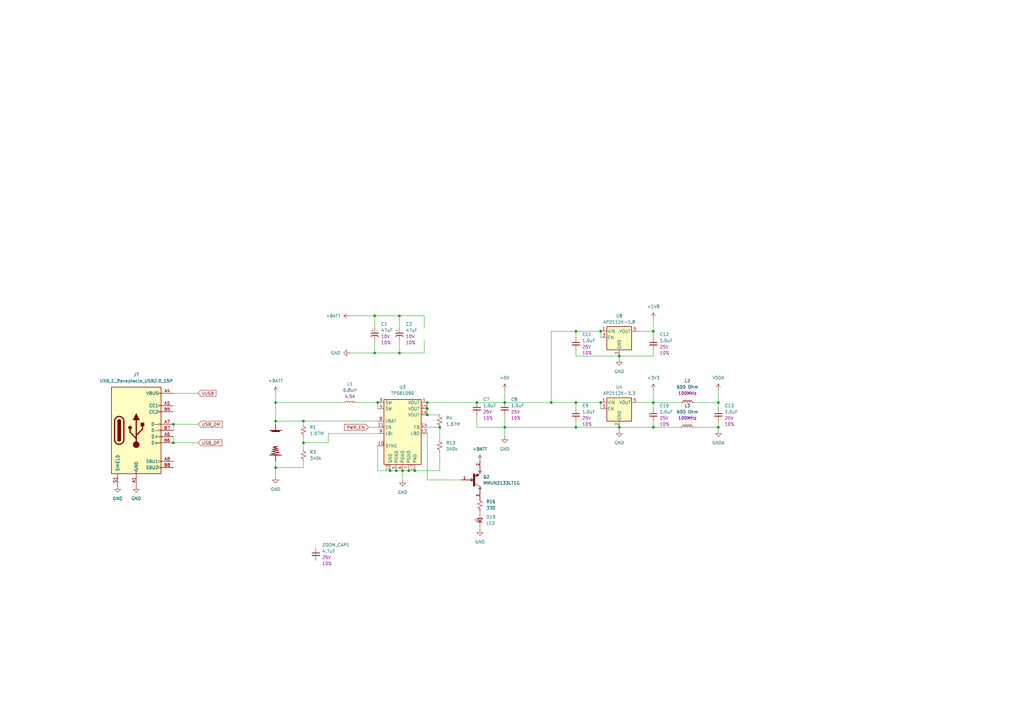
<source format=kicad_sch>
(kicad_sch (version 20250114) (generator "eeschema") (generator_version "9.0")
  (paper "A3")
  (lib_symbols
    (symbol "1.0uF_0805_25V_10%_1" (pin_numbers (hide yes)) (pin_names (offset 0.254))
      (property "Reference" "C" (at 0.635 2.54 0))
      (property "Value" "1.0uF" (at 0.635 -2.54 0))
      (property "Voltage" "25V" (at 0 -6.35 0))
      (property "Tolerance" "10%" (at 0 -8.89 0))
      (symbol "1.0uF_0805_25V_10%_1_0_1"
        (polyline (pts (xy -1.524 0.508) (xy 1.524 0.508)) (stroke (width 0.3048)))
        (polyline (pts (xy -1.524 -0.508) (xy 1.524 -0.508)) (stroke (width 0.3302)))
      )
      (symbol "1.0uF_0805_25V_10%_1_1_1"
        (pin passive line (at 0 2.54 270) (length 2.032) (name "~") (number "1"))
        (pin passive line (at 0 -2.54 90) (length 2.032) (name "~") (number "2"))
      )
    )
    (symbol "Connector:USB_C_Receptacle_USB2.0_16P" (pin_names (offset 1.016))
      (property "Reference" "J" (at 0 22.225 0))
      (property "Value" "USB_C_Receptacle_USB2.0_16P" (at 0 19.685 0))
      (symbol "USB_C_Receptacle_USB2.0_16P_0_0"
        (rectangle (start -0.254 -17.78) (end 0.254 -16.764))
        (rectangle (start 10.16 15.494) (end 9.144 14.986))
        (rectangle (start 10.16 10.414) (end 9.144 9.906))
        (rectangle (start 10.16 7.874) (end 9.144 7.366))
        (rectangle (start 10.16 2.794) (end 9.144 2.286))
        (rectangle (start 10.16 0.254) (end 9.144 -0.254))
        (rectangle (start 10.16 -2.286) (end 9.144 -2.794))
        (rectangle (start 10.16 -4.826) (end 9.144 -5.334))
        (rectangle (start 10.16 -12.446) (end 9.144 -12.954))
        (rectangle (start 10.16 -14.986) (end 9.144 -15.494))
      )
      (symbol "USB_C_Receptacle_USB2.0_16P_0_1"
        (rectangle (start -10.16 17.78) (end 10.16 -17.78) (stroke (width 0.254)) (fill (type background)))
        (polyline (pts (xy -8.89 -3.81) (xy -8.89 3.81)) (stroke (width 0.508)))
        (rectangle (start -7.62 -3.81) (end -6.35 3.81) (stroke (width 0.254)) (fill (type outline)))
        (arc (start -7.62 3.81) (mid -6.985 4.4423) (end -6.35 3.81) (stroke (width 0.254)))
        (arc (start -7.62 3.81) (mid -6.985 4.4423) (end -6.35 3.81) (stroke (width 0.254)) (fill (type outline)))
        (arc (start -8.89 3.81) (mid -6.985 5.7067) (end -5.08 3.81) (stroke (width 0.508)))
        (arc (start -5.08 -3.81) (mid -6.985 -5.7067) (end -8.89 -3.81) (stroke (width 0.508)))
        (arc (start -6.35 -3.81) (mid -6.985 -4.4423) (end -7.62 -3.81) (stroke (width 0.254)))
        (arc (start -6.35 -3.81) (mid -6.985 -4.4423) (end -7.62 -3.81) (stroke (width 0.254)) (fill (type outline)))
        (polyline (pts (xy -5.08 3.81) (xy -5.08 -3.81)) (stroke (width 0.508)))
        (circle (center -2.54 1.143) (radius 0.635) (stroke (width 0.254)) (fill (type outline)))
        (polyline (pts (xy -1.27 4.318) (xy 0 6.858) (xy 1.27 4.318) (xy -1.27 4.318)) (stroke (width 0.254)) (fill (type outline)))
        (polyline (pts (xy 0 -2.032) (xy 2.54 0.508) (xy 2.54 1.778)) (stroke (width 0.508)))
        (polyline (pts (xy 0 -3.302) (xy -2.54 -0.762) (xy -2.54 0.508)) (stroke (width 0.508)))
        (polyline (pts (xy 0 -5.842) (xy 0 4.318)) (stroke (width 0.508)))
        (circle (center 0 -5.842) (radius 1.27) (fill (type outline)))
        (rectangle (start 1.905 1.778) (end 3.175 3.048) (stroke (width 0.254)) (fill (type outline)))
      )
      (symbol "USB_C_Receptacle_USB2.0_16P_1_1"
        (pin passive line (at -7.62 -22.86 90) (length 5.08) (name "SHIELD") (number "S1"))
        (pin passive line (at 0 -22.86 90) (length 5.08) (name "GND") (number "A1"))
        (pin passive line (at 0 -22.86 90) (length 5.08) (hide yes) (name "GND") (number "A12"))
        (pin passive line (at 0 -22.86 90) (length 5.08) (hide yes) (name "GND") (number "B1"))
        (pin passive line (at 0 -22.86 90) (length 5.08) (hide yes) (name "GND") (number "B12"))
        (pin passive line (at 15.24 15.24 180) (length 5.08) (name "VBUS") (number "A4"))
        (pin passive line (at 15.24 15.24 180) (length 5.08) (hide yes) (name "VBUS") (number "A9"))
        (pin passive line (at 15.24 15.24 180) (length 5.08) (hide yes) (name "VBUS") (number "B4"))
        (pin passive line (at 15.24 15.24 180) (length 5.08) (hide yes) (name "VBUS") (number "B9"))
        (pin bidirectional line (at 15.24 10.16 180) (length 5.08) (name "CC1") (number "A5"))
        (pin bidirectional line (at 15.24 7.62 180) (length 5.08) (name "CC2") (number "B5"))
        (pin bidirectional line (at 15.24 2.54 180) (length 5.08) (name "D-") (number "A7"))
        (pin bidirectional line (at 15.24 0 180) (length 5.08) (name "D-") (number "B7"))
        (pin bidirectional line (at 15.24 -2.54 180) (length 5.08) (name "D+") (number "A6"))
        (pin bidirectional line (at 15.24 -5.08 180) (length 5.08) (name "D+") (number "B6"))
        (pin bidirectional line (at 15.24 -12.7 180) (length 5.08) (name "SBU1") (number "A8"))
        (pin bidirectional line (at 15.24 -15.24 180) (length 5.08) (name "SBU2") (number "B8"))
      )
    )
    (symbol "MGBC-MBL-01_2_1-eagle-import:MGB+BATTERY4"
      (symbol "MGB+BATTERY4_1_0"
        (polyline (pts (xy 0 2.54) (xy 0 -2.54)) (stroke (width 0.254)))
        (polyline (pts (xy 0 -1.778) (xy 0.508 -1.524) (xy 0.508 1.524) (xy 0 1.778)) (stroke (width 0.254)) (fill (type outline)))
        (pin bidirectional line (at -2.54 0 0) (length 2.54) (name "P$1") (number "P$1"))
        (pin bidirectional line (at -2.54 0 0) (length 2.54) (name "P$1") (number "P$2"))
        (pin bidirectional line (at -2.54 0 0) (length 2.54) (name "P$1") (number "P$3"))
      )
    )
    (symbol "MGBC-MBL-01_2_1-eagle-import:MGB-BATTERY4"
      (symbol "MGB-BATTERY4_1_0"
        (polyline (pts (xy 0 2.54) (xy 0 -1.778)) (stroke (width 0.254)))
        (polyline (pts (xy 0 -1.778) (xy 0 -2.54)) (stroke (width 0.254)))
        (polyline (pts (xy 0 -1.778) (xy 0.508 1.778)) (stroke (width 0.254)))
        (polyline (pts (xy 0.508 1.778) (xy 1.016 -1.524)) (stroke (width 0.254)))
        (polyline (pts (xy 1.016 -1.524) (xy 1.524 1.524)) (stroke (width 0.254)))
        (polyline (pts (xy 1.524 1.524) (xy 2.032 -1.27)) (stroke (width 0.254)))
        (polyline (pts (xy 2.032 -1.27) (xy 2.286 1.27)) (stroke (width 0.254)))
        (polyline (pts (xy 2.286 1.27) (xy 2.794 -1.016)) (stroke (width 0.254)))
        (polyline (pts (xy 2.794 -1.016) (xy 3.048 1.016)) (stroke (width 0.254)))
        (polyline (pts (xy 3.048 1.016) (xy 3.556 -0.762)) (stroke (width 0.254)))
        (polyline (pts (xy 3.556 -0.762) (xy 3.556 0.762)) (stroke (width 0.254)))
        (pin bidirectional line (at -2.54 0 0) (length 2.54) (name "P$1") (number "P$1"))
        (pin bidirectional line (at -2.54 0 0) (length 2.54) (name "P$1") (number "P$3"))
        (pin bidirectional line (at -2.54 0 0) (length 2.54) (name "P$1") (number "P$4"))
      )
    )
    (symbol "MMUN2133LT1G:MMUN2133LT1G" (pin_names (offset 1.016))
      (property "Reference" "Q" (at 5.084 0 0))
      (property "Value" "MMUN2133LT1G" (at 5.086 -2.543 0))
      (symbol "MMUN2133LT1G_0_0"
        (polyline (pts (xy -2.54 0) (xy 0 0)) (stroke (width 0.254)))
        (rectangle (start -0.254 -2.54) (end 0.508 2.54) (stroke (width 0.1)) (fill (type outline)))
        (polyline (pts (xy 0.5159 1.478) (xy 2.0861 1.6779)) (stroke (width 0.1524)))
        (polyline (pts (xy 0.762 1.651) (xy 1.778 1.778)) (stroke (width 0.254)))
        (polyline (pts (xy 1.143 1.905) (xy 1.524 1.905)) (stroke (width 0.254)))
        (polyline (pts (xy 1.524 2.413) (xy 0.762 1.651)) (stroke (width 0.254)))
        (polyline (pts (xy 1.524 2.159) (xy 1.143 1.905)) (stroke (width 0.254)))
        (polyline (pts (xy 1.5781 2.5941) (xy 0.5159 1.478)) (stroke (width 0.1524)))
        (polyline (pts (xy 1.778 1.778) (xy 1.524 2.159)) (stroke (width 0.254)))
        (polyline (pts (xy 1.905 1.778) (xy 1.524 2.413)) (stroke (width 0.254)))
        (polyline (pts (xy 2.0861 1.6779) (xy 1.5781 2.5941)) (stroke (width 0.1524)))
        (polyline (pts (xy 2.54 5.08) (xy 2.54 2.54)) (stroke (width 0.254)))
        (polyline (pts (xy 2.54 2.54) (xy 1.808 2.1239)) (stroke (width 0.1524)))
        (polyline (pts (xy 2.54 -2.54) (xy 0.508 -1.524)) (stroke (width 0.1524)))
        (polyline (pts (xy 2.54 -2.54) (xy 2.54 -5.08)) (stroke (width 0.254)))
        (pin input line (at -5.08 0 0) (length 2.54) (name "B") (number "1"))
        (pin passive line (at 2.54 7.62 270) (length 2.54) (name "E") (number "2"))
        (pin output line (at 2.54 -7.62 90) (length 2.54) (name "C") (number "3"))
      )
    )
    (symbol "Regulator_Linear:AP2112K-1.8" (pin_names (offset 0.254))
      (property "Reference" "U" (at -5.08 5.715 0))
      (property "Value" "AP2112K-1.8" (at 0 5.715 0))
      (symbol "AP2112K-1.8_0_1"
        (rectangle (start -5.08 4.445) (end 5.08 -5.08) (stroke (width 0.254)) (fill (type background)))
      )
      (symbol "AP2112K-1.8_1_1"
        (pin power_in line (at -7.62 2.54 0) (length 2.54) (name "VIN") (number "1"))
        (pin input line (at -7.62 0 0) (length 2.54) (name "EN") (number "3"))
        (pin power_in line (at 0 -7.62 90) (length 2.54) (name "GND") (number "2"))
        (pin no_connect line (at 5.08 0 180) (length 2.54) (hide yes) (name "NC") (number "4"))
        (pin power_out line (at 7.62 2.54 180) (length 2.54) (name "VOUT") (number "5"))
      )
    )
    (symbol "Regulator_Linear:AP2112K-3.3" (pin_names (offset 0.254))
      (property "Reference" "U" (at -5.08 5.715 0))
      (property "Value" "AP2112K-3.3" (at 0 5.715 0))
      (symbol "AP2112K-3.3_0_1"
        (rectangle (start -5.08 4.445) (end 5.08 -5.08) (stroke (width 0.254)) (fill (type background)))
      )
      (symbol "AP2112K-3.3_1_1"
        (pin power_in line (at -7.62 2.54 0) (length 2.54) (name "VIN") (number "1"))
        (pin input line (at -7.62 0 0) (length 2.54) (name "EN") (number "3"))
        (pin power_in line (at 0 -7.62 90) (length 2.54) (name "GND") (number "2"))
        (pin no_connect line (at 5.08 0 180) (length 2.54) (hide yes) (name "NC") (number "4"))
        (pin power_out line (at 7.62 2.54 180) (length 2.54) (name "VOUT") (number "5"))
      )
    )
    (symbol "Regulator_Switching:TPS61090"
      (property "Reference" "U" (at -7.62 15.24 0))
      (property "Value" "TPS61090" (at 1.27 15.24 0))
      (symbol "TPS61090_0_0"
        (pin passive line (at -10.16 12.7 0) (length 2.54) (name "SW") (number "3"))
        (pin passive line (at -10.16 10.16 0) (length 2.54) (name "SW") (number "4"))
        (pin power_in line (at -10.16 5.08 0) (length 2.54) (name "VBAT") (number "8"))
        (pin input line (at -10.16 2.54 0) (length 2.54) (name "EN") (number "11"))
        (pin input line (at -10.16 0 0) (length 2.54) (name "LBI") (number "9"))
        (pin input line (at -10.16 -5.08 0) (length 2.54) (name "SYNC") (number "10"))
        (pin power_in line (at -5.08 -15.24 90) (length 2.54) (name "GND") (number "13"))
        (pin power_in line (at -2.54 -15.24 90) (length 2.54) (name "PGND") (number "5"))
        (pin power_in line (at 0 -15.24 90) (length 2.54) (name "PGND") (number "6"))
        (pin power_in line (at 2.54 -15.24 90) (length 2.54) (name "PGND") (number "7"))
        (pin power_in line (at 5.08 -15.24 90) (length 2.54) (name "PAD") (number "17"))
        (pin power_out line (at 10.16 12.7 180) (length 2.54) (name "VOUT") (number "1"))
        (pin passive line (at 10.16 10.16 180) (length 2.54) (name "VOUT") (number "15"))
        (pin passive line (at 10.16 7.62 180) (length 2.54) (name "VOUT") (number "16"))
        (pin input line (at 10.16 2.54 180) (length 2.54) (name "FB") (number "14"))
        (pin open_collector line (at 10.16 0 180) (length 2.54) (name "LBO") (number "12"))
        (pin no_connect line (at 10.16 -5.08 180) (length 2.54) (hide yes) (name "NC") (number "2"))
      )
      (symbol "TPS61090_0_1"
        (rectangle (start -7.62 13.97) (end 7.62 -12.7) (stroke (width 0.254)) (fill (type background)))
      )
    )
    (symbol "SparkFun-Capacitor:1.0uF_0805_25V_10%" (pin_numbers (hide yes)) (pin_names (offset 0.254))
      (property "Reference" "C" (at 0.635 2.54 0))
      (property "Value" "1.0uF" (at 0.635 -2.54 0))
      (property "Voltage" "25V" (at 0 -6.35 0))
      (property "Tolerance" "10%" (at 0 -8.89 0))
      (symbol "1.0uF_0805_25V_10%_0_1"
        (polyline (pts (xy -1.524 0.508) (xy 1.524 0.508)) (stroke (width 0.3048)))
        (polyline (pts (xy -1.524 -0.508) (xy 1.524 -0.508)) (stroke (width 0.3302)))
      )
      (symbol "1.0uF_0805_25V_10%_1_1"
        (pin passive line (at 0 2.54 270) (length 2.032) (name "~") (number "1"))
        (pin passive line (at 0 -2.54 90) (length 2.032) (name "~") (number "2"))
      )
    )
    (symbol "SparkFun-Capacitor:47uF_3528_10V_10%" (pin_numbers (hide yes)) (pin_names (offset 0.254) (hide yes))
      (property "Reference" "C" (at 0.635 2.54 0))
      (property "Value" "47uF" (at 0.635 -2.54 0))
      (property "Voltage" "10V" (at 0 -7.62 0))
      (property "Tolerance" "10%" (at 0 -10.16 0))
      (symbol "47uF_3528_10V_10%_0_1"
        (polyline (pts (xy -1.524 0.508) (xy 1.524 0.508)) (stroke (width 0.3048)))
        (polyline (pts (xy -1.27 1.524) (xy -0.762 1.524)))
        (polyline (pts (xy -1.016 1.27) (xy -1.016 1.778)))
        (arc (start -1.524 -0.762) (mid 0 -0.3734) (end 1.524 -0.762) (stroke (width 0.3048)))
      )
      (symbol "47uF_3528_10V_10%_1_1"
        (pin passive line (at 0 2.54 270) (length 2.032) (name "~") (number "1"))
        (pin passive line (at 0 -2.54 90) (length 2.032) (name "~") (number "2"))
      )
    )
    (symbol "SparkFun-Coil:6.8uH_7.3x6.6mm_4.5A" (pin_numbers (hide yes)) (pin_names (offset 1.016) (hide yes))
      (property "Reference" "L" (at 0 2.54 0))
      (property "Value" "6.8uH" (at 0 -1.27 0))
      (property "Current" "4.5A" (at 0 -3.81 0))
      (symbol "6.8uH_7.3x6.6mm_4.5A_0_1"
        (arc (start -2.032 0) (mid -1.524 0.5058) (end -1.016 0))
        (arc (start -1.016 0) (mid -0.508 0.5058) (end 0 0))
        (arc (start 0 0) (mid 0.508 0.5058) (end 1.016 0))
        (arc (start 1.016 0) (mid 1.524 0.5058) (end 2.032 0))
      )
      (symbol "6.8uH_7.3x6.6mm_4.5A_1_1"
        (pin passive line (at -2.54 0 0) (length 0.508) (name "~") (number "1"))
        (pin passive line (at 2.54 0 180) (length 0.508) (name "~") (number "2"))
      )
    )
    (symbol "SparkFun-Coil:Ferrite_600Ohm_0805_500mA" (pin_numbers (hide yes)) (pin_names (offset 1.016) (hide yes))
      (property "Reference" "L" (at 0 2.54 0))
      (property "Value" "600 Ohm" (at 0 -1.27 0))
      (property "Frequency" "100MHz" (at 0 -3.81 0))
      (symbol "Ferrite_600Ohm_0805_500mA_0_1"
        (polyline (pts (xy -1.905 1.016) (xy -1.651 1.016)))
        (polyline (pts (xy -1.651 0.762) (xy -1.905 0.762)))
        (arc (start -2.032 0) (mid -1.524 0.5058) (end -1.016 0))
        (polyline (pts (xy -1.397 1.016) (xy -1.143 1.016)))
        (polyline (pts (xy -1.143 0.762) (xy -1.397 0.762)))
        (polyline (pts (xy -0.889 1.016) (xy -0.635 1.016)))
        (polyline (pts (xy -0.635 0.762) (xy -0.889 0.762)))
        (arc (start -1.016 0) (mid -0.508 0.5058) (end 0 0))
        (polyline (pts (xy -0.381 1.016) (xy -0.127 1.016)))
        (polyline (pts (xy -0.127 0.762) (xy -0.381 0.762)))
        (polyline (pts (xy 0.127 1.016) (xy 0.381 1.016)))
        (polyline (pts (xy 0.381 0.762) (xy 0.127 0.762)))
        (arc (start 0 0) (mid 0.508 0.5058) (end 1.016 0))
        (polyline (pts (xy 0.635 1.016) (xy 0.889 1.016)))
        (polyline (pts (xy 0.889 0.762) (xy 0.635 0.762)))
        (polyline (pts (xy 1.143 1.016) (xy 1.397 1.016)))
        (polyline (pts (xy 1.397 0.762) (xy 1.143 0.762)))
        (arc (start 1.016 0) (mid 1.524 0.5058) (end 2.032 0))
        (polyline (pts (xy 1.651 1.016) (xy 1.905 1.016)))
        (polyline (pts (xy 1.905 0.762) (xy 1.651 0.762)))
      )
      (symbol "Ferrite_600Ohm_0805_500mA_1_1"
        (pin passive line (at -2.54 0 0) (length 0.508) (name "~") (number "1"))
        (pin passive line (at 2.54 0 180) (length 0.508) (name "~") (number "2"))
      )
    )
    (symbol "SparkFun-LED:LED" (pin_numbers (hide yes)) (pin_names (offset 1.016) (hide yes))
      (property "Reference" "D" (at 0 2.54 0))
      (property "Value" "LED" (at 0 -2.54 0))
      (symbol "LED_0_1"
        (polyline (pts (xy -0.762 -1.016) (xy -0.762 1.016)) (stroke (width 0.254)))
        (polyline (pts (xy 0 0.762) (xy -0.508 1.27) (xy -0.254 1.27) (xy -0.508 1.27) (xy -0.508 1.016)))
        (polyline (pts (xy 0.508 1.27) (xy 0 1.778) (xy 0.254 1.778) (xy 0 1.778) (xy 0 1.524)))
        (polyline (pts (xy 0.762 -1.016) (xy -0.762 0) (xy 0.762 1.016) (xy 0.762 -1.016)) (stroke (width 0.254)))
        (polyline (pts (xy 1.016 0) (xy -0.762 0)))
      )
      (symbol "LED_1_1"
        (pin passive line (at -2.54 0 0) (length 1.778) (name "K") (number "1"))
        (pin passive line (at 2.54 0 180) (length 1.778) (name "A") (number "2"))
      )
    )
    (symbol "SparkFun-Resistor:1k_0603" (pin_numbers (hide yes)) (pin_names (offset 0))
      (property "Reference" "R" (at 0 -2.54 0))
      (property "Value" "1k" (at 0 2.54 0))
      (symbol "1k_0603_0_1"
        (polyline (pts (xy -1.524 0) (xy -1.143 1.016) (xy -0.762 0) (xy -0.381 -1.016) (xy 0 0)))
        (polyline (pts (xy 0 0) (xy 0.381 1.016) (xy 0.762 0) (xy 1.143 -1.016) (xy 1.524 0)))
      )
      (symbol "1k_0603_1_1"
        (pin passive line (at -2.54 0 0) (length 1.016) (name "~") (number "1"))
        (pin passive line (at 2.54 0 180) (length 1.016) (name "~") (number "2"))
      )
    )
    (symbol "power:+1V8" (power) (pin_numbers (hide yes)) (pin_names (offset 0) (hide yes))
      (property "Value" "+1V8" (at 0 3.556 0))
      (symbol "+1V8_0_1"
        (polyline (pts (xy -0.762 1.27) (xy 0 2.54)))
        (polyline (pts (xy 0 2.54) (xy 0.762 1.27)))
        (polyline (pts (xy 0 0) (xy 0 2.54)))
      )
      (symbol "+1V8_1_1"
        (pin power_in line (at 0 0 90) (length 0) (name "~") (number "1"))
      )
    )
    (symbol "power:+3V3" (power) (pin_numbers (hide yes)) (pin_names (offset 0) (hide yes))
      (property "Value" "+3V3" (at 0 3.556 0))
      (symbol "+3V3_0_1"
        (polyline (pts (xy -0.762 1.27) (xy 0 2.54)))
        (polyline (pts (xy 0 2.54) (xy 0.762 1.27)))
        (polyline (pts (xy 0 0) (xy 0 2.54)))
      )
      (symbol "+3V3_1_1"
        (pin power_in line (at 0 0 90) (length 0) (name "~") (number "1"))
      )
    )
    (symbol "power:+5V" (power) (pin_numbers (hide yes)) (pin_names (offset 0) (hide yes))
      (property "Value" "+5V" (at 0 3.556 0))
      (symbol "+5V_0_1"
        (polyline (pts (xy -0.762 1.27) (xy 0 2.54)))
        (polyline (pts (xy 0 2.54) (xy 0.762 1.27)))
        (polyline (pts (xy 0 0) (xy 0 2.54)))
      )
      (symbol "+5V_1_1"
        (pin power_in line (at 0 0 90) (length 0) (name "~") (number "1"))
      )
    )
    (symbol "power:+BATT" (power) (pin_numbers (hide yes)) (pin_names (offset 0) (hide yes))
      (property "Value" "+BATT" (at 0 3.556 0))
      (symbol "+BATT_0_1"
        (polyline (pts (xy -0.762 1.27) (xy 0 2.54)))
        (polyline (pts (xy 0 2.54) (xy 0.762 1.27)))
        (polyline (pts (xy 0 0) (xy 0 2.54)))
      )
      (symbol "+BATT_1_1"
        (pin power_in line (at 0 0 90) (length 0) (name "~") (number "1"))
      )
    )
    (symbol "power:GND" (power) (pin_numbers (hide yes)) (pin_names (offset 0) (hide yes))
      (property "Value" "GND" (at 0 -3.81 0))
      (symbol "GND_0_1"
        (polyline (pts (xy 0 0) (xy 0 -1.27) (xy 1.27 -1.27) (xy 0 -2.54) (xy -1.27 -1.27) (xy 0 -1.27)))
      )
      (symbol "GND_1_1"
        (pin power_in line (at 0 0 270) (length 0) (name "~") (number "1"))
      )
    )
    (symbol "power:GNDA" (power) (pin_numbers (hide yes)) (pin_names (offset 0) (hide yes))
      (property "Value" "GNDA" (at 0 -3.81 0))
      (symbol "GNDA_0_1"
        (polyline (pts (xy 0 0) (xy 0 -1.27) (xy 1.27 -1.27) (xy 0 -2.54) (xy -1.27 -1.27) (xy 0 -1.27)))
      )
      (symbol "GNDA_1_1"
        (pin power_in line (at 0 0 270) (length 0) (name "~") (number "1"))
      )
    )
    (symbol "power:VDDA" (power) (pin_numbers (hide yes)) (pin_names (offset 0) (hide yes))
      (property "Value" "VDDA" (at 0 3.556 0))
      (symbol "VDDA_0_1"
        (polyline (pts (xy -0.762 1.27) (xy 0 2.54)))
        (polyline (pts (xy 0 2.54) (xy 0.762 1.27)))
        (polyline (pts (xy 0 0) (xy 0 2.54)))
      )
      (symbol "VDDA_1_1"
        (pin power_in line (at 0 0 90) (length 0) (name "~") (number "1"))
      )
    )
  )
  (junction (at 207.01 165.1))
  (junction (at 167.64 193.04))
  (junction (at 246.38 135.89))
  (junction (at 175.26 167.64))
  (junction (at 236.22 135.89))
  (junction (at 195.58 165.1))
  (junction (at 226.06 165.1))
  (junction (at 160.02 193.04))
  (junction (at 246.38 165.1))
  (junction (at 154.94 165.1))
  (junction (at 236.22 175.26))
  (junction (at 254 146.05))
  (junction (at 113.03 191.77))
  (junction (at 175.26 165.1))
  (junction (at 170.18 193.04))
  (junction (at 180.34 175.26))
  (junction (at 294.64 175.26))
  (junction (at 236.22 165.1))
  (junction (at 153.67 144.78))
  (junction (at 71.12 173.99))
  (junction (at 124.46 172.72))
  (junction (at 113.03 172.72))
  (junction (at 254 175.26))
  (junction (at 124.46 181.61))
  (junction (at 175.26 170.18))
  (junction (at 267.97 175.26))
  (junction (at 165.1 193.04))
  (junction (at 162.56 193.04))
  (junction (at 163.83 129.54))
  (junction (at 113.03 165.1))
  (junction (at 294.64 165.1))
  (junction (at 207.01 175.26))
  (junction (at 267.97 165.1))
  (junction (at 153.67 129.54))
  (junction (at 163.83 144.78))
  (junction (at 267.97 135.89))
  (junction (at 71.12 181.61))
  (wire (pts (xy 151.13 175.26) (xy 154.94 175.26)))
  (wire (pts (xy 146.05 165.1) (xy 154.94 165.1)))
  (wire (pts (xy 124.46 172.72) (xy 154.94 172.72)))
  (wire (pts (xy 267.97 160.02) (xy 267.97 165.1)))
  (wire (pts (xy 267.97 175.26) (xy 254 175.26)))
  (wire (pts (xy 162.56 193.04) (xy 165.1 193.04)))
  (wire (pts (xy 175.26 165.1) (xy 175.26 167.64)))
  (wire (pts (xy 236.22 146.05) (xy 236.22 143.51)))
  (wire (pts (xy 154.94 165.1) (xy 154.94 167.64)))
  (wire (pts (xy 165.1 193.04) (xy 167.64 193.04)))
  (wire (pts (xy 236.22 135.89) (xy 226.06 135.89)))
  (wire (pts (xy 81.28 181.61) (xy 71.12 181.61)))
  (wire (pts (xy 153.67 129.54) (xy 163.83 129.54)))
  (wire (pts (xy 267.97 146.05) (xy 254 146.05)))
  (wire (pts (xy 124.46 173.99) (xy 124.46 172.72)))
  (wire (pts (xy 246.38 135.89) (xy 246.38 138.43)))
  (wire (pts (xy 180.34 193.04) (xy 170.18 193.04)))
  (wire (pts (xy 294.64 172.72) (xy 294.64 175.26)))
  (wire (pts (xy 134.62 177.8) (xy 134.62 181.61)))
  (wire (pts (xy 267.97 130.81) (xy 267.97 135.89)))
  (wire (pts (xy 207.01 175.26) (xy 236.22 175.26)))
  (wire (pts (xy 165.1 196.85) (xy 165.1 193.04)))
  (wire (pts (xy 167.64 193.04) (xy 170.18 193.04)))
  (wire (pts (xy 196.85 210.82) (xy 196.85 209.55)))
  (wire (pts (xy 284.48 175.26) (xy 294.64 175.26)))
  (wire (pts (xy 294.64 165.1) (xy 294.64 167.64)))
  (wire (pts (xy 173.99 134.62) (xy 173.99 129.54)))
  (wire (pts (xy 154.94 177.8) (xy 134.62 177.8)))
  (wire (pts (xy 153.67 129.54) (xy 153.67 134.62)))
  (wire (pts (xy 134.62 181.61) (xy 124.46 181.61)))
  (wire (pts (xy 236.22 175.26) (xy 254 175.26)))
  (wire (pts (xy 113.03 191.77) (xy 113.03 195.58)))
  (wire (pts (xy 267.97 172.72) (xy 267.97 175.26)))
  (wire (pts (xy 154.94 193.04) (xy 160.02 193.04)))
  (wire (pts (xy 153.67 144.78) (xy 163.83 144.78)))
  (wire (pts (xy 267.97 138.43) (xy 267.97 135.89)))
  (wire (pts (xy 236.22 175.26) (xy 236.22 172.72)))
  (wire (pts (xy 254 146.05) (xy 254 147.32)))
  (wire (pts (xy 226.06 135.89) (xy 226.06 165.1)))
  (wire (pts (xy 71.12 179.07) (xy 71.12 181.61)))
  (wire (pts (xy 81.28 173.99) (xy 71.12 173.99)))
  (wire (pts (xy 163.83 139.7) (xy 163.83 144.78)))
  (wire (pts (xy 196.85 215.9) (xy 196.85 217.17)))
  (wire (pts (xy 163.83 144.78) (xy 173.99 144.78)))
  (wire (pts (xy 267.97 167.64) (xy 267.97 165.1)))
  (wire (pts (xy 113.03 191.77) (xy 124.46 191.77)))
  (wire (pts (xy 207.01 165.1) (xy 226.06 165.1)))
  (wire (pts (xy 267.97 165.1) (xy 279.4 165.1)))
  (wire (pts (xy 207.01 175.26) (xy 207.01 170.18)))
  (wire (pts (xy 113.03 173.99) (xy 113.03 172.72)))
  (wire (pts (xy 163.83 129.54) (xy 163.83 134.62)))
  (wire (pts (xy 175.26 167.64) (xy 175.26 170.18)))
  (wire (pts (xy 267.97 143.51) (xy 267.97 146.05)))
  (wire (pts (xy 163.83 129.54) (xy 173.99 129.54)))
  (wire (pts (xy 236.22 165.1) (xy 246.38 165.1)))
  (wire (pts (xy 267.97 135.89) (xy 261.62 135.89)))
  (wire (pts (xy 175.26 165.1) (xy 195.58 165.1)))
  (wire (pts (xy 236.22 167.64) (xy 236.22 165.1)))
  (wire (pts (xy 246.38 165.1) (xy 246.38 167.64)))
  (wire (pts (xy 153.67 139.7) (xy 153.67 144.78)))
  (wire (pts (xy 173.99 139.7) (xy 173.99 144.78)))
  (wire (pts (xy 175.26 170.18) (xy 180.34 170.18)))
  (wire (pts (xy 113.03 172.72) (xy 124.46 172.72)))
  (wire (pts (xy 154.94 182.88) (xy 154.94 193.04)))
  (wire (pts (xy 175.26 175.26) (xy 180.34 175.26)))
  (wire (pts (xy 267.97 175.26) (xy 279.4 175.26)))
  (wire (pts (xy 124.46 191.77) (xy 124.46 189.23)))
  (wire (pts (xy 195.58 165.1) (xy 207.01 165.1)))
  (wire (pts (xy 124.46 181.61) (xy 124.46 184.15)))
  (wire (pts (xy 207.01 160.02) (xy 207.01 165.1)))
  (wire (pts (xy 180.34 185.42) (xy 180.34 193.04)))
  (wire (pts (xy 160.02 193.04) (xy 162.56 193.04)))
  (wire (pts (xy 113.03 161.29) (xy 113.03 165.1)))
  (wire (pts (xy 113.03 191.77) (xy 113.03 189.23)))
  (wire (pts (xy 143.51 144.78) (xy 153.67 144.78)))
  (wire (pts (xy 195.58 175.26) (xy 207.01 175.26)))
  (wire (pts (xy 236.22 135.89) (xy 236.22 138.43)))
  (wire (pts (xy 175.26 196.85) (xy 189.23 196.85)))
  (wire (pts (xy 180.34 175.26) (xy 180.34 180.34)))
  (wire (pts (xy 175.26 177.8) (xy 175.26 196.85)))
  (wire (pts (xy 226.06 165.1) (xy 236.22 165.1)))
  (wire (pts (xy 124.46 181.61) (xy 124.46 179.07)))
  (wire (pts (xy 71.12 173.99) (xy 71.12 176.53)))
  (wire (pts (xy 294.64 165.1) (xy 284.48 165.1)))
  (wire (pts (xy 143.51 129.54) (xy 153.67 129.54)))
  (wire (pts (xy 294.64 176.53) (xy 294.64 175.26)))
  (wire (pts (xy 246.38 135.89) (xy 236.22 135.89)))
  (wire (pts (xy 113.03 165.1) (xy 113.03 172.72)))
  (wire (pts (xy 195.58 175.26) (xy 195.58 170.18)))
  (wire (pts (xy 207.01 179.07) (xy 207.01 175.26)))
  (wire (pts (xy 81.28 161.29) (xy 71.12 161.29)))
  (wire (pts (xy 254 176.53) (xy 254 175.26)))
  (wire (pts (xy 236.22 146.05) (xy 254 146.05)))
  (wire (pts (xy 113.03 165.1) (xy 140.97 165.1)))
  (wire (pts (xy 267.97 165.1) (xy 261.62 165.1)))
  (wire (pts (xy 294.64 160.02) (xy 294.64 165.1)))
  (global_label "USB_DP" (shape input) (at 81.28 181.61 0) (property "Intersheetrefs" "${INTERSHEET_REFS}" (effects (hide yes))))
  (global_label "USB_DM" (shape input) (at 81.28 173.99 0) (property "Intersheetrefs" "${INTERSHEET_REFS}" (effects (hide yes))))
  (global_label "VUSB" (shape input) (at 81.28 161.29 0) (property "Intersheetrefs" "${INTERSHEET_REFS}" (effects (hide yes))))
  (global_label "PWR_EN" (shape input) (at 151.13 175.26 180) (property "Intersheetrefs" "${INTERSHEET_REFS}" (effects (hide yes))))
  (symbol (lib_id "power:VDDA") (at 294.64 160.02 0) (unit 1)
    (property "Reference" "#PWR064" (effects (hide yes)))
    (property "Value" "VDDA" (at 294.64 154.94 0))
    (property "Description" "Power symbol creates a global label with name \"VDDA\"" (effects (hide yes)))
  )
  (symbol (lib_name "1.0uF_0805_25V_10%_1") (lib_id "SparkFun-Capacitor:1.0uF_0805_25V_10%") (at 207.01 167.64 0) (unit 1)
    (property "Reference" "C8" (at 209.55 163.8362 0) (effects (justify left)))
    (property "Value" "1.0uF" (at 209.55 166.3762 0) (effects (justify left)))
    (property "Footprint" "SparkFun-Capacitor:C_0805_2012Metric" (effects (hide yes)))
    (property "Datasheet" "https://cdn.sparkfun.com/assets/8/a/4/a/5/Kemet_Capacitor_Datasheet.pdf" (effects (hide yes)))
    (property "Description" "Unpolarized capacitor" (effects (hide yes)))
    (property "PROD_ID" "CAP-08064" (effects (hide yes)))
    (property "Voltage" "25V" (at 209.55 168.9162 0) (effects (justify left)))
    (property "Tolerance" "10%" (at 209.55 171.4562 0) (effects (justify left)))
  )
  (symbol (lib_id "SparkFun-Resistor:1k_0603") (at 196.85 207.01 270) (unit 1)
    (property "Reference" "R16" (at 199.39 205.7399 90) (effects (justify left)))
    (property "Value" "330" (at 199.39 208.2799 90) (effects (justify left)))
    (property "Footprint" "SparkFun-Resistor:R_0603_1608Metric" (effects (hide yes)))
    (property "Datasheet" "https://www.vishay.com/docs/20035/dcrcwe3.pdf" (effects (hide yes)))
    (property "Description" "Resistor" (effects (hide yes)))
    (property "PROD_ID" "RES-07856" (effects (hide yes)))
  )
  (symbol (lib_id "SparkFun-Resistor:1k_0603") (at 180.34 172.72 270) (unit 1)
    (property "Reference" "R4" (at 182.88 171.4499 90) (effects (justify left)))
    (property "Value" "1.07M" (at 182.88 173.9899 90) (effects (justify left)))
    (property "Footprint" "SparkFun-Resistor:R_0603_1608Metric" (effects (hide yes)))
    (property "Datasheet" "https://www.vishay.com/docs/20035/dcrcwe3.pdf" (effects (hide yes)))
    (property "Description" "Resistor" (effects (hide yes)))
    (property "PROD_ID" "RES-07856" (effects (hide yes)))
  )
  (symbol (lib_id "power:GND") (at 254 147.32 0) (unit 1)
    (property "Reference" "#PWR014" (effects (hide yes)))
    (property "Value" "GND" (at 254 152.4 0))
    (property "Description" "Power symbol creates a global label with name \"GND\" , ground" (effects (hide yes)))
  )
  (symbol (lib_id "power:GND") (at 48.26 199.39 0) (unit 1)
    (property "Reference" "#PWR060" (effects (hide yes)))
    (property "Value" "GND" (at 48.26 204.47 0))
    (property "Description" "Power symbol creates a global label with name \"GND\" , ground" (effects (hide yes)))
  )
  (symbol (lib_id "power:+5V") (at 207.01 160.02 0) (unit 1)
    (property "Reference" "#PWR010" (effects (hide yes)))
    (property "Value" "+5V" (at 207.01 154.94 0))
    (property "Description" "Power symbol creates a global label with name \"+5V\"" (effects (hide yes)))
  )
  (symbol (lib_id "power:GND") (at 55.88 199.39 0) (unit 1)
    (property "Reference" "#PWR035" (effects (hide yes)))
    (property "Value" "GND" (at 55.88 204.47 0))
    (property "Description" "Power symbol creates a global label with name \"GND\" , ground" (effects (hide yes)))
  )
  (symbol (lib_id "SparkFun-Capacitor:47uF_3528_10V_10%") (at 153.67 137.16 0) (unit 1)
    (property "Reference" "C1" (at 156.21 132.9181 0) (effects (justify left)))
    (property "Value" "47uF" (at 156.21 135.4581 0) (effects (justify left)))
    (property "Footprint" "Capacitor_Tantalum_SMD:CP_EIA-7343-15_Kemet-W_HandSolder" (effects (hide yes)))
    (property "Datasheet" "https://www.vishay.com/docs/40002/293d.pdf" (effects (hide yes)))
    (property "Description" "Polarized tantalum capacitor" (effects (hide yes)))
    (property "PROD_ID" "CAP-08310" (effects (hide yes)))
    (property "Voltage" "10V" (at 156.21 137.9981 0) (effects (justify left)))
    (property "Tolerance" "10%" (at 156.21 140.5381 0) (effects (justify left)))
  )
  (symbol (lib_id "power:GND") (at 113.03 195.58 0) (unit 1)
    (property "Reference" "#PWR06" (effects (hide yes)))
    (property "Value" "GND" (at 113.03 200.66 0))
    (property "Description" "Power symbol creates a global label with name \"GND\" , ground" (effects (hide yes)))
  )
  (symbol (lib_id "Regulator_Linear:AP2112K-3.3") (at 254 167.64 0) (unit 1)
    (property "Reference" "U4" (at 254 158.75 0))
    (property "Value" "AP2112K-3.3" (at 254 161.29 0))
    (property "Footprint" "Package_TO_SOT_SMD:SOT-23-5" (effects (hide yes)))
    (property "Datasheet" "https://www.diodes.com/assets/Datasheets/AP2112.pdf" (effects (hide yes)))
    (property "Description" "600mA low dropout linear regulator, with enable pin, 3.8V-6V input voltage range, 3.3V fixed positive output, SOT-23-5" (effects (hide yes)))
  )
  (symbol (lib_id "power:+1V8") (at 267.97 130.81 0) (unit 1)
    (property "Reference" "#PWR027" (effects (hide yes)))
    (property "Value" "+1V8" (at 267.97 125.73 0))
    (property "Description" "Power symbol creates a global label with name \"+1V8\"" (effects (hide yes)))
  )
  (symbol (lib_id "power:+BATT") (at 196.85 189.23 0) (unit 1)
    (property "Reference" "#PWR011" (effects (hide yes)))
    (property "Value" "+BATT" (at 196.85 184.15 0))
    (property "Description" "Power symbol creates a global label with name \"+BATT\"" (effects (hide yes)))
  )
  (symbol (lib_name "1.0uF_0805_25V_10%_1") (lib_id "SparkFun-Capacitor:1.0uF_0805_25V_10%") (at 236.22 140.97 0) (unit 1)
    (property "Reference" "C11" (at 238.76 137.1662 0) (effects (justify left)))
    (property "Value" "1.0uF" (at 238.76 139.7062 0) (effects (justify left)))
    (property "Footprint" "SparkFun-Capacitor:C_0805_2012Metric" (effects (hide yes)))
    (property "Datasheet" "https://cdn.sparkfun.com/assets/8/a/4/a/5/Kemet_Capacitor_Datasheet.pdf" (effects (hide yes)))
    (property "Description" "Unpolarized capacitor" (effects (hide yes)))
    (property "PROD_ID" "CAP-08064" (effects (hide yes)))
    (property "Voltage" "25V" (at 238.76 142.2462 0) (effects (justify left)))
    (property "Tolerance" "10%" (at 238.76 144.7862 0) (effects (justify left)))
  )
  (symbol (lib_id "SparkFun-LED:LED") (at 196.85 213.36 90) (unit 1)
    (property "Reference" "D19" (at 199.39 212.0264 90) (effects (justify right)))
    (property "Value" "LED" (at 199.39 214.5664 90) (effects (justify right)))
    (property "Footprint" "SparkFun-LED:LED_0603_1608Metric" (effects (hide yes)))
    (property "Description" "Light emitting diode" (effects (hide yes)))
    (property "PROD_ID" "LED-" (effects (hide yes)))
  )
  (symbol (lib_id "MGBC-MBL-01_2_1-eagle-import:MGB+BATTERY4") (at 113.03 176.53 270) (unit 1)
    (property "Reference" "+0" (effects (hide yes)))
    (property "Value" "MGB+BATTERY4" (effects (hide yes)))
    (property "Footprint" "MGBC-MBL-01_2_1:MGB+BATTERY4" (effects (hide yes)))
  )
  (symbol (lib_id "SparkFun-Coil:6.8uH_7.3x6.6mm_4.5A") (at 143.51 165.1 0) (unit 1)
    (property "Reference" "L1" (at 143.51 157.48 0))
    (property "Value" "6.8uH" (at 143.51 160.02 0))
    (property "Footprint" "SparkFun-Coil:Inductor_7.3x6.6mm" (effects (hide yes)))
    (property "Datasheet" "https://productfinder.pulseelectronics.com/api/open/part-attachments/datasheet/BMRA000606306R8MA1" (effects (hide yes)))
    (property "Description" "Inductor" (effects (hide yes)))
    (property "PROD_ID" "NDUC-17223" (effects (hide yes)))
    (property "Current" "4.5A" (at 143.51 162.56 0))
  )
  (symbol (lib_id "MGBC-MBL-01_2_1-eagle-import:MGB-BATTERY4") (at 113.03 186.69 90) (unit 1)
    (property "Reference" "-0" (effects (hide yes)))
    (property "Value" "MGB-BATTERY4" (effects (hide yes)))
    (property "Footprint" "MGBC-MBL-01_2_1:MGB-BATTERY4" (effects (hide yes)))
  )
  (symbol (lib_id "SparkFun-Coil:Ferrite_600Ohm_0805_500mA") (at 281.94 165.1 0) (unit 1)
    (property "Reference" "L2" (at 281.94 156.21 0))
    (property "Value" "600 Ohm" (at 281.94 158.75 0))
    (property "Footprint" "SparkFun-Capacitor:C_0805_2012Metric" (effects (hide yes)))
    (property "Datasheet" "https://www.laird.com/sites/default/files/hz0805e601r-10-datasheet.pdf" (effects (hide yes)))
    (property "Description" "Inductor" (effects (hide yes)))
    (property "PROD_ID" "NDUC-25563" (effects (hide yes)))
    (property "Frequency" "100MHz" (at 281.94 161.29 0))
  )
  (symbol (lib_id "power:GND") (at 143.51 144.78 270) (unit 1)
    (property "Reference" "#PWR02" (effects (hide yes)))
    (property "Value" "GND" (at 139.7 144.7799 90) (effects (justify right)))
    (property "Description" "Power symbol creates a global label with name \"GND\" , ground" (effects (hide yes)))
  )
  (symbol (lib_id "SparkFun-Capacitor:47uF_3528_10V_10%") (at 163.83 137.16 0) (unit 1)
    (property "Reference" "C2" (at 166.37 132.9181 0) (effects (justify left)))
    (property "Value" "47uF" (at 166.37 135.4581 0) (effects (justify left)))
    (property "Footprint" "Capacitor_Tantalum_SMD:CP_EIA-7343-15_Kemet-W_HandSolder" (effects (hide yes)))
    (property "Datasheet" "https://www.vishay.com/docs/40002/293d.pdf" (effects (hide yes)))
    (property "Description" "Polarized tantalum capacitor" (effects (hide yes)))
    (property "PROD_ID" "CAP-08310" (effects (hide yes)))
    (property "Voltage" "10V" (at 166.37 137.9981 0) (effects (justify left)))
    (property "Tolerance" "10%" (at 166.37 140.5381 0) (effects (justify left)))
  )
  (symbol (lib_id "SparkFun-Resistor:1k_0603") (at 124.46 176.53 270) (unit 1)
    (property "Reference" "R1" (at 127 175.2599 90) (effects (justify left)))
    (property "Value" "1.07M" (at 127 177.7999 90) (effects (justify left)))
    (property "Footprint" "SparkFun-Resistor:R_0603_1608Metric" (effects (hide yes)))
    (property "Datasheet" "https://www.vishay.com/docs/20035/dcrcwe3.pdf" (effects (hide yes)))
    (property "Description" "Resistor" (effects (hide yes)))
    (property "PROD_ID" "RES-07856" (effects (hide yes)))
  )
  (symbol (lib_name "1.0uF_0805_25V_10%_1") (lib_id "SparkFun-Capacitor:1.0uF_0805_25V_10%") (at 267.97 170.18 0) (unit 1)
    (property "Reference" "C10" (at 270.51 166.3762 0) (effects (justify left)))
    (property "Value" "1.0uF" (at 270.51 168.9162 0) (effects (justify left)))
    (property "Footprint" "SparkFun-Capacitor:C_0805_2012Metric" (effects (hide yes)))
    (property "Datasheet" "https://cdn.sparkfun.com/assets/8/a/4/a/5/Kemet_Capacitor_Datasheet.pdf" (effects (hide yes)))
    (property "Description" "Unpolarized capacitor" (effects (hide yes)))
    (property "PROD_ID" "CAP-08064" (effects (hide yes)))
    (property "Voltage" "25V" (at 270.51 171.4562 0) (effects (justify left)))
    (property "Tolerance" "10%" (at 270.51 173.9962 0) (effects (justify left)))
  )
  (symbol (lib_name "1.0uF_0805_25V_10%_1") (lib_id "SparkFun-Capacitor:1.0uF_0805_25V_10%") (at 294.64 170.18 0) (unit 1)
    (property "Reference" "C13" (at 297.18 166.3762 0) (effects (justify left)))
    (property "Value" "1.0uF" (at 297.18 168.9162 0) (effects (justify left)))
    (property "Footprint" "SparkFun-Capacitor:C_0805_2012Metric" (effects (hide yes)))
    (property "Datasheet" "https://cdn.sparkfun.com/assets/8/a/4/a/5/Kemet_Capacitor_Datasheet.pdf" (effects (hide yes)))
    (property "Description" "Unpolarized capacitor" (effects (hide yes)))
    (property "PROD_ID" "CAP-08064" (effects (hide yes)))
    (property "Voltage" "25V" (at 297.18 171.4562 0) (effects (justify left)))
    (property "Tolerance" "10%" (at 297.18 173.9962 0) (effects (justify left)))
  )
  (symbol (lib_id "power:GNDA") (at 294.64 176.53 0) (unit 1)
    (property "Reference" "#PWR065" (effects (hide yes)))
    (property "Value" "GNDA" (at 294.64 181.61 0))
    (property "Description" "Power symbol creates a global label with name \"GNDA\" , analog ground" (effects (hide yes)))
  )
  (symbol (lib_id "power:GND") (at 196.85 217.17 0) (unit 1)
    (property "Reference" "#PWR012" (effects (hide yes)))
    (property "Value" "GND" (at 196.85 222.25 0))
    (property "Description" "Power symbol creates a global label with name \"GND\" , ground" (effects (hide yes)))
  )
  (symbol (lib_id "power:+3V3") (at 267.97 160.02 0) (unit 1)
    (property "Reference" "#PWR013" (effects (hide yes)))
    (property "Value" "+3V3" (at 267.97 154.94 0))
    (property "Description" "Power symbol creates a global label with name \"+3V3\"" (effects (hide yes)))
  )
  (symbol (lib_name "1.0uF_0805_25V_10%_1") (lib_id "SparkFun-Capacitor:1.0uF_0805_25V_10%") (at 236.22 170.18 0) (unit 1)
    (property "Reference" "C9" (at 238.76 166.3762 0) (effects (justify left)))
    (property "Value" "1.0uF" (at 238.76 168.9162 0) (effects (justify left)))
    (property "Footprint" "SparkFun-Capacitor:C_0805_2012Metric" (effects (hide yes)))
    (property "Datasheet" "https://cdn.sparkfun.com/assets/8/a/4/a/5/Kemet_Capacitor_Datasheet.pdf" (effects (hide yes)))
    (property "Description" "Unpolarized capacitor" (effects (hide yes)))
    (property "PROD_ID" "CAP-08064" (effects (hide yes)))
    (property "Voltage" "25V" (at 238.76 171.4562 0) (effects (justify left)))
    (property "Tolerance" "10%" (at 238.76 173.9962 0) (effects (justify left)))
  )
  (symbol (lib_id "MMUN2133LT1G:MMUN2133LT1G") (at 194.31 196.85 0) (unit 1)
    (property "Reference" "Q2" (at 198.12 195.5799 0) (effects (justify left)))
    (property "Value" "MMUN2133LT1G" (at 198.12 198.1199 0) (effects (justify left)))
    (property "Footprint" "MMUN2133LT1G:SOT95P240X111-3N" (effects (hide yes)))
    (property "MANUFACTURER" "ON Semiconductor" (effects (hide yes)))
  )
  (symbol (lib_name "1.0uF_0805_25V_10%_1") (lib_id "SparkFun-Capacitor:1.0uF_0805_25V_10%") (at 267.97 140.97 0) (unit 1)
    (property "Reference" "C12" (at 270.51 137.1662 0) (effects (justify left)))
    (property "Value" "1.0uF" (at 270.51 139.7062 0) (effects (justify left)))
    (property "Footprint" "SparkFun-Capacitor:C_0805_2012Metric" (effects (hide yes)))
    (property "Datasheet" "https://cdn.sparkfun.com/assets/8/a/4/a/5/Kemet_Capacitor_Datasheet.pdf" (effects (hide yes)))
    (property "Description" "Unpolarized capacitor" (effects (hide yes)))
    (property "PROD_ID" "CAP-08064" (effects (hide yes)))
    (property "Voltage" "25V" (at 270.51 142.2462 0) (effects (justify left)))
    (property "Tolerance" "10%" (at 270.51 144.7862 0) (effects (justify left)))
  )
  (symbol (lib_id "Regulator_Linear:AP2112K-1.8") (at 254 138.43 0) (unit 1)
    (property "Reference" "U8" (at 254 129.54 0))
    (property "Value" "AP2112K-1.8" (at 254 132.08 0))
    (property "Footprint" "Package_TO_SOT_SMD:SOT-23-5" (effects (hide yes)))
    (property "Datasheet" "https://www.diodes.com/assets/Datasheets/AP2112.pdf" (effects (hide yes)))
    (property "Description" "600mA low dropout linear regulator, with enable pin, 2.5V-6V input voltage range, 1.8V fixed positive output, SOT-23-5" (effects (hide yes)))
  )
  (symbol (lib_id "power:GND") (at 254 176.53 0) (unit 1)
    (property "Reference" "#PWR026" (effects (hide yes)))
    (property "Value" "GND" (at 254 181.61 0))
    (property "Description" "Power symbol creates a global label with name \"GND\" , ground" (effects (hide yes)))
  )
  (symbol (lib_id "Regulator_Switching:TPS61090") (at 165.1 177.8 0) (unit 1)
    (property "Reference" "U3" (at 165.1 158.75 0))
    (property "Value" "TPS61090" (at 165.1 161.29 0))
    (property "Footprint" "Package_DFN_QFN:Texas_RSA_VQFN-16-1EP_4x4mm_P0.65mm_EP2.7x2.7mm_ThermalVias" (effects (hide yes)))
    (property "Datasheet" "http://www.ti.com/lit/ds/symlink/tps61090.pdf" (effects (hide yes)))
    (property "Description" "2A Step-Up DC-DC Converter for Batteries, Isw up to 2500mA, Adjustable output voltage, QFN-16" (effects (hide yes)))
  )
  (symbol (lib_name "1.0uF_0805_25V_10%_1") (lib_id "SparkFun-Capacitor:1.0uF_0805_25V_10%") (at 195.58 167.64 0) (unit 1)
    (property "Reference" "C7" (at 198.12 163.8362 0) (effects (justify left)))
    (property "Value" "1.0uF" (at 198.12 166.3762 0) (effects (justify left)))
    (property "Footprint" "SparkFun-Capacitor:C_0805_2012Metric" (effects (hide yes)))
    (property "Datasheet" "https://cdn.sparkfun.com/assets/8/a/4/a/5/Kemet_Capacitor_Datasheet.pdf" (effects (hide yes)))
    (property "Description" "Unpolarized capacitor" (effects (hide yes)))
    (property "PROD_ID" "CAP-08064" (effects (hide yes)))
    (property "Voltage" "25V" (at 198.12 168.9162 0) (effects (justify left)))
    (property "Tolerance" "10%" (at 198.12 171.4562 0) (effects (justify left)))
  )
  (symbol (lib_id "power:+BATT") (at 113.03 161.29 0) (unit 1)
    (property "Reference" "#PWR05" (effects (hide yes)))
    (property "Value" "+BATT" (at 113.03 156.21 0))
    (property "Description" "Power symbol creates a global label with name \"+BATT\"" (effects (hide yes)))
  )
  (symbol (lib_id "SparkFun-Coil:Ferrite_600Ohm_0805_500mA") (at 281.94 175.26 0) (unit 1)
    (property "Reference" "L3" (at 281.94 166.37 0))
    (property "Value" "600 Ohm" (at 281.94 168.91 0))
    (property "Footprint" "SparkFun-Capacitor:C_0805_2012Metric" (effects (hide yes)))
    (property "Datasheet" "https://www.laird.com/sites/default/files/hz0805e601r-10-datasheet.pdf" (effects (hide yes)))
    (property "Description" "Inductor" (effects (hide yes)))
    (property "PROD_ID" "NDUC-25563" (effects (hide yes)))
    (property "Frequency" "100MHz" (at 281.94 171.45 0))
  )
  (symbol (lib_id "SparkFun-Capacitor:1.0uF_0805_25V_10%") (at 129.54 227.33 0) (unit 1)
    (property "Reference" "ZOOM_CAP1" (at 132.08 223.5262 0) (effects (justify left)))
    (property "Value" "4.7uF" (at 132.08 226.0662 0) (effects (justify left)))
    (property "Footprint" "Capacitor_SMD:C_0805_2012Metric" (effects (hide yes)))
    (property "Datasheet" "https://cdn.sparkfun.com/assets/8/a/4/a/5/Kemet_Capacitor_Datasheet.pdf" (effects (hide yes)))
    (property "Description" "Unpolarized capacitor" (effects (hide yes)))
    (property "PROD_ID" "CAP-08064" (effects (hide yes)))
    (property "Voltage" "25V" (at 132.08 228.6062 0) (effects (justify left)))
    (property "Tolerance" "10%" (at 132.08 231.1462 0) (effects (justify left)))
  )
  (symbol (lib_id "power:+BATT") (at 143.51 129.54 90) (unit 1)
    (property "Reference" "#PWR01" (effects (hide yes)))
    (property "Value" "+BATT" (at 139.7 129.5399 90) (effects (justify left)))
    (property "Description" "Power symbol creates a global label with name \"+BATT\"" (effects (hide yes)))
  )
  (symbol (lib_id "SparkFun-Resistor:1k_0603") (at 180.34 182.88 270) (unit 1)
    (property "Reference" "R13" (at 182.88 181.6099 90) (effects (justify left)))
    (property "Value" "340k" (at 182.88 184.1499 90) (effects (justify left)))
    (property "Footprint" "SparkFun-Resistor:R_0603_1608Metric" (effects (hide yes)))
    (property "Datasheet" "https://www.vishay.com/docs/20035/dcrcwe3.pdf" (effects (hide yes)))
    (property "Description" "Resistor" (effects (hide yes)))
    (property "PROD_ID" "RES-07856" (effects (hide yes)))
  )
  (symbol (lib_id "Connector:USB_C_Receptacle_USB2.0_16P") (at 55.88 176.53 0) (unit 1)
    (property "Reference" "J7" (at 55.88 153.67 0))
    (property "Value" "USB_C_Receptacle_USB2.0_16P" (at 55.88 156.21 0))
    (property "Footprint" "Connector_USB:USB_C_Receptacle_GCT_USB4105-xx-A_16P_TopMnt_Horizontal" (effects (hide yes)))
    (property "Datasheet" "https://www.usb.org/sites/default/files/documents/usb_type-c.zip" (effects (hide yes)))
    (property "Description" "USB 2.0-only 16P Type-C Receptacle connector" (effects (hide yes)))
  )
  (symbol (lib_id "SparkFun-Resistor:1k_0603") (at 124.46 186.69 270) (unit 1)
    (property "Reference" "R3" (at 127 185.4199 90) (effects (justify left)))
    (property "Value" "340k" (at 127 187.9599 90) (effects (justify left)))
    (property "Footprint" "SparkFun-Resistor:R_0603_1608Metric" (effects (hide yes)))
    (property "Datasheet" "https://www.vishay.com/docs/20035/dcrcwe3.pdf" (effects (hide yes)))
    (property "Description" "Resistor" (effects (hide yes)))
    (property "PROD_ID" "RES-07856" (effects (hide yes)))
  )
  (symbol (lib_id "power:GND") (at 207.01 179.07 0) (unit 1)
    (property "Reference" "#PWR09" (effects (hide yes)))
    (property "Value" "GND" (at 207.01 184.15 0))
    (property "Description" "Power symbol creates a global label with name \"GND\" , ground" (effects (hide yes)))
  )
  (symbol (lib_id "power:GND") (at 165.1 196.85 0) (unit 1)
    (property "Reference" "#PWR08" (effects (hide yes)))
    (property "Value" "GND" (at 165.1 201.93 0))
    (property "Description" "Power symbol creates a global label with name \"GND\" , ground" (effects (hide yes)))
  )
)
</source>
